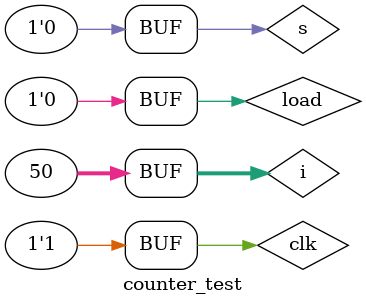
<source format=v>
`timescale 1ns / 1ps


module counter_test(

    );
reg clk;
reg s;
reg load;
wire [31:0]cnt;
wire Rc;

Counter_32bit_rev M(.clk(clk),
.s(s),
.Load(load),
.PData(32'h12340000),
.Rc(Rc),
.cnt(cnt)
);

integer i;
    initial begin
    
    clk=0;
    s=1;
    load=1;
    clk=1;
    #50;
    load=0;
    clk=0;
    
    for (i=0;i<50;i=i+1) begin
    #50;
    clk<=~clk;
    end
    
    clk=0;
    s=0;
    for (i=0;i<50;i=i+1) begin
    #50;
    clk<=~clk;
    end
    
    end
    
endmodule

</source>
